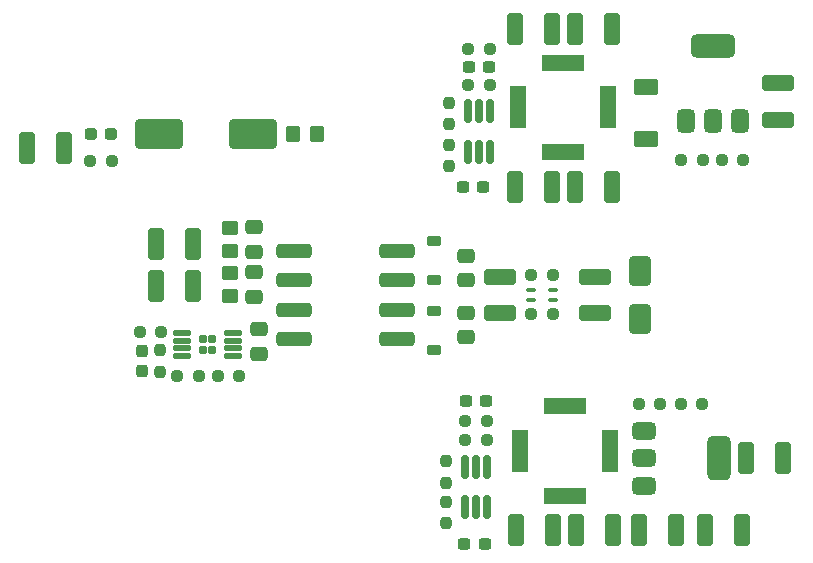
<source format=gbr>
G04 #@! TF.GenerationSoftware,KiCad,Pcbnew,8.0.6*
G04 #@! TF.CreationDate,2024-12-01T22:00:57+01:00*
G04 #@! TF.ProjectId,UCC25800,55434332-3538-4303-902e-6b696361645f,rev?*
G04 #@! TF.SameCoordinates,Original*
G04 #@! TF.FileFunction,Paste,Top*
G04 #@! TF.FilePolarity,Positive*
%FSLAX46Y46*%
G04 Gerber Fmt 4.6, Leading zero omitted, Abs format (unit mm)*
G04 Created by KiCad (PCBNEW 8.0.6) date 2024-12-01 22:00:57*
%MOMM*%
%LPD*%
G01*
G04 APERTURE LIST*
G04 Aperture macros list*
%AMRoundRect*
0 Rectangle with rounded corners*
0 $1 Rounding radius*
0 $2 $3 $4 $5 $6 $7 $8 $9 X,Y pos of 4 corners*
0 Add a 4 corners polygon primitive as box body*
4,1,4,$2,$3,$4,$5,$6,$7,$8,$9,$2,$3,0*
0 Add four circle primitives for the rounded corners*
1,1,$1+$1,$2,$3*
1,1,$1+$1,$4,$5*
1,1,$1+$1,$6,$7*
1,1,$1+$1,$8,$9*
0 Add four rect primitives between the rounded corners*
20,1,$1+$1,$2,$3,$4,$5,0*
20,1,$1+$1,$4,$5,$6,$7,0*
20,1,$1+$1,$6,$7,$8,$9,0*
20,1,$1+$1,$8,$9,$2,$3,0*%
G04 Aperture macros list end*
%ADD10RoundRect,0.237500X0.250000X0.237500X-0.250000X0.237500X-0.250000X-0.237500X0.250000X-0.237500X0*%
%ADD11RoundRect,0.162500X-0.162500X0.837500X-0.162500X-0.837500X0.162500X-0.837500X0.162500X0.837500X0*%
%ADD12RoundRect,0.375000X-0.625000X-0.375000X0.625000X-0.375000X0.625000X0.375000X-0.625000X0.375000X0*%
%ADD13RoundRect,0.500000X-0.500000X-1.400000X0.500000X-1.400000X0.500000X1.400000X-0.500000X1.400000X0*%
%ADD14R,3.600000X1.400000*%
%ADD15R,1.400000X3.600000*%
%ADD16RoundRect,0.250000X0.800000X-0.450000X0.800000X0.450000X-0.800000X0.450000X-0.800000X-0.450000X0*%
%ADD17RoundRect,0.250000X-0.412500X-1.100000X0.412500X-1.100000X0.412500X1.100000X-0.412500X1.100000X0*%
%ADD18RoundRect,0.237500X-0.250000X-0.237500X0.250000X-0.237500X0.250000X0.237500X-0.250000X0.237500X0*%
%ADD19RoundRect,0.237500X0.300000X0.237500X-0.300000X0.237500X-0.300000X-0.237500X0.300000X-0.237500X0*%
%ADD20RoundRect,0.237500X0.237500X-0.250000X0.237500X0.250000X-0.237500X0.250000X-0.237500X-0.250000X0*%
%ADD21RoundRect,0.250000X0.412500X1.100000X-0.412500X1.100000X-0.412500X-1.100000X0.412500X-1.100000X0*%
%ADD22RoundRect,0.250000X0.475000X-0.337500X0.475000X0.337500X-0.475000X0.337500X-0.475000X-0.337500X0*%
%ADD23RoundRect,0.250000X0.650000X-1.000000X0.650000X1.000000X-0.650000X1.000000X-0.650000X-1.000000X0*%
%ADD24RoundRect,0.100000X0.300000X0.100000X-0.300000X0.100000X-0.300000X-0.100000X0.300000X-0.100000X0*%
%ADD25RoundRect,0.250000X0.450000X-0.350000X0.450000X0.350000X-0.450000X0.350000X-0.450000X-0.350000X0*%
%ADD26RoundRect,0.250000X-0.350000X-0.450000X0.350000X-0.450000X0.350000X0.450000X-0.350000X0.450000X0*%
%ADD27RoundRect,0.250000X1.100000X-0.412500X1.100000X0.412500X-1.100000X0.412500X-1.100000X-0.412500X0*%
%ADD28RoundRect,0.237500X-0.287500X-0.237500X0.287500X-0.237500X0.287500X0.237500X-0.287500X0.237500X0*%
%ADD29RoundRect,0.375000X0.375000X-0.625000X0.375000X0.625000X-0.375000X0.625000X-0.375000X-0.625000X0*%
%ADD30RoundRect,0.500000X1.400000X-0.500000X1.400000X0.500000X-1.400000X0.500000X-1.400000X-0.500000X0*%
%ADD31RoundRect,0.250000X-0.475000X0.337500X-0.475000X-0.337500X0.475000X-0.337500X0.475000X0.337500X0*%
%ADD32RoundRect,0.225000X0.375000X-0.225000X0.375000X0.225000X-0.375000X0.225000X-0.375000X-0.225000X0*%
%ADD33RoundRect,0.237500X-0.237500X0.300000X-0.237500X-0.300000X0.237500X-0.300000X0.237500X0.300000X0*%
%ADD34RoundRect,0.157500X-0.157500X-0.222500X0.157500X-0.222500X0.157500X0.222500X-0.157500X0.222500X0*%
%ADD35RoundRect,0.125000X-0.600000X-0.125000X0.600000X-0.125000X0.600000X0.125000X-0.600000X0.125000X0*%
%ADD36RoundRect,0.300000X1.200000X-0.300000X1.200000X0.300000X-1.200000X0.300000X-1.200000X-0.300000X0*%
%ADD37RoundRect,0.237500X-0.237500X0.250000X-0.237500X-0.250000X0.237500X-0.250000X0.237500X0.250000X0*%
%ADD38RoundRect,0.250000X-1.750000X-1.000000X1.750000X-1.000000X1.750000X1.000000X-1.750000X1.000000X0*%
G04 APERTURE END LIST*
D10*
G04 #@! TO.C,R15*
X162583500Y-101600000D03*
X160758500Y-101600000D03*
G04 #@! TD*
D11*
G04 #@! TO.C,U2*
X162621000Y-105478000D03*
X161671000Y-105478000D03*
X160721000Y-105478000D03*
X160721000Y-108898000D03*
X161671000Y-108898000D03*
X162621000Y-108898000D03*
G04 #@! TD*
D10*
G04 #@! TO.C,R19*
X177277000Y-100203000D03*
X175452000Y-100203000D03*
G04 #@! TD*
D12*
G04 #@! TO.C,U5*
X175920000Y-102475000D03*
X175920000Y-104775000D03*
D13*
X182220000Y-104775000D03*
D12*
X175920000Y-107075000D03*
G04 #@! TD*
D14*
G04 #@! TO.C,L2*
X169037000Y-78857000D03*
D15*
X172837000Y-75057000D03*
D14*
X169037000Y-71257000D03*
D15*
X165237000Y-75057000D03*
G04 #@! TD*
D16*
G04 #@! TO.C,D5*
X176022000Y-77765000D03*
X176022000Y-73365000D03*
G04 #@! TD*
D17*
G04 #@! TO.C,C13*
X170014500Y-81788000D03*
X173139500Y-81788000D03*
G04 #@! TD*
G04 #@! TO.C,C16*
X181063500Y-110871000D03*
X184188500Y-110871000D03*
G04 #@! TD*
D18*
G04 #@! TO.C,R20*
X166346500Y-89281000D03*
X168171500Y-89281000D03*
G04 #@! TD*
D19*
G04 #@! TO.C,C18*
X162533500Y-99949000D03*
X160808500Y-99949000D03*
G04 #@! TD*
D20*
G04 #@! TO.C,R9*
X159131000Y-106830500D03*
X159131000Y-105005500D03*
G04 #@! TD*
D21*
G04 #@! TO.C,C12*
X178600500Y-110871000D03*
X175475500Y-110871000D03*
G04 #@! TD*
D10*
G04 #@! TO.C,R6*
X141628500Y-97790000D03*
X139803500Y-97790000D03*
G04 #@! TD*
D18*
G04 #@! TO.C,R16*
X161012500Y-70104000D03*
X162837500Y-70104000D03*
G04 #@! TD*
D22*
G04 #@! TO.C,C9*
X160782000Y-94509500D03*
X160782000Y-92434500D03*
G04 #@! TD*
D23*
G04 #@! TO.C,D3*
X175514000Y-92932000D03*
X175514000Y-88932000D03*
G04 #@! TD*
D24*
G04 #@! TO.C,FL1*
X168184000Y-91332000D03*
X168184000Y-90532000D03*
X166334000Y-90532000D03*
X166334000Y-91332000D03*
G04 #@! TD*
D18*
G04 #@! TO.C,R4*
X136374500Y-97790000D03*
X138199500Y-97790000D03*
G04 #@! TD*
D19*
G04 #@! TO.C,C26*
X162787500Y-71628000D03*
X161062500Y-71628000D03*
G04 #@! TD*
G04 #@! TO.C,C23*
X162279500Y-81788000D03*
X160554500Y-81788000D03*
G04 #@! TD*
D22*
G04 #@! TO.C,C14*
X160782000Y-89683500D03*
X160782000Y-87608500D03*
G04 #@! TD*
D11*
G04 #@! TO.C,U4*
X162875000Y-75379000D03*
X161925000Y-75379000D03*
X160975000Y-75379000D03*
X160975000Y-78799000D03*
X161925000Y-78799000D03*
X162875000Y-78799000D03*
G04 #@! TD*
D10*
G04 #@! TO.C,R18*
X180871500Y-79502000D03*
X179046500Y-79502000D03*
G04 #@! TD*
D14*
G04 #@! TO.C,L1*
X169164000Y-107940000D03*
D15*
X172964000Y-104140000D03*
D14*
X169164000Y-100340000D03*
D15*
X165364000Y-104140000D03*
G04 #@! TD*
D18*
G04 #@! TO.C,R14*
X166346500Y-92583000D03*
X168171500Y-92583000D03*
G04 #@! TD*
D10*
G04 #@! TO.C,R13*
X180833000Y-100203000D03*
X179008000Y-100203000D03*
G04 #@! TD*
D25*
G04 #@! TO.C,R8*
X140843000Y-87233000D03*
X140843000Y-85233000D03*
G04 #@! TD*
D26*
G04 #@! TO.C,R2*
X146193000Y-77343000D03*
X148193000Y-77343000D03*
G04 #@! TD*
D27*
G04 #@! TO.C,C27*
X163703000Y-92494500D03*
X163703000Y-89369500D03*
G04 #@! TD*
D17*
G04 #@! TO.C,C19*
X170141500Y-110871000D03*
X173266500Y-110871000D03*
G04 #@! TD*
D21*
G04 #@! TO.C,C20*
X168059500Y-81788000D03*
X164934500Y-81788000D03*
G04 #@! TD*
D28*
G04 #@! TO.C,L3*
X129046000Y-77343000D03*
X130796000Y-77343000D03*
G04 #@! TD*
D10*
G04 #@! TO.C,R10*
X162837500Y-73152000D03*
X161012500Y-73152000D03*
G04 #@! TD*
D17*
G04 #@! TO.C,C24*
X170014500Y-68453000D03*
X173139500Y-68453000D03*
G04 #@! TD*
D25*
G04 #@! TO.C,R7*
X140843000Y-91043000D03*
X140843000Y-89043000D03*
G04 #@! TD*
D29*
G04 #@! TO.C,U6*
X179437000Y-76175000D03*
X181737000Y-76175000D03*
D30*
X181737000Y-69875000D03*
D29*
X184037000Y-76175000D03*
G04 #@! TD*
D19*
G04 #@! TO.C,C15*
X162406500Y-112014000D03*
X160681500Y-112014000D03*
G04 #@! TD*
D21*
G04 #@! TO.C,C1*
X126784500Y-78486000D03*
X123659500Y-78486000D03*
G04 #@! TD*
D27*
G04 #@! TO.C,C25*
X187198000Y-76111500D03*
X187198000Y-72986500D03*
G04 #@! TD*
D17*
G04 #@! TO.C,C17*
X184492500Y-104775000D03*
X187617500Y-104775000D03*
G04 #@! TD*
D10*
G04 #@! TO.C,R17*
X184300500Y-79502000D03*
X182475500Y-79502000D03*
G04 #@! TD*
D31*
G04 #@! TO.C,C6*
X143256000Y-93831500D03*
X143256000Y-95906500D03*
G04 #@! TD*
D32*
G04 #@! TO.C,D1*
X158115000Y-95630000D03*
X158115000Y-92330000D03*
G04 #@! TD*
D20*
G04 #@! TO.C,R22*
X159385000Y-76477500D03*
X159385000Y-74652500D03*
G04 #@! TD*
D33*
G04 #@! TO.C,C5*
X133350000Y-95657500D03*
X133350000Y-97382500D03*
G04 #@! TD*
D34*
G04 #@! TO.C,U1*
X138548000Y-94653000D03*
X138548000Y-95593000D03*
X139328000Y-94653000D03*
X139328000Y-95593000D03*
D35*
X136788000Y-94148000D03*
X136788000Y-94798000D03*
X136788000Y-95448000D03*
X136788000Y-96098000D03*
X141088000Y-96098000D03*
X141088000Y-95448000D03*
X141088000Y-94798000D03*
X141088000Y-94148000D03*
G04 #@! TD*
D21*
G04 #@! TO.C,C10*
X168059500Y-68453000D03*
X164934500Y-68453000D03*
G04 #@! TD*
G04 #@! TO.C,C11*
X168186500Y-110871000D03*
X165061500Y-110871000D03*
G04 #@! TD*
D18*
G04 #@! TO.C,R5*
X133199500Y-94107000D03*
X135024500Y-94107000D03*
G04 #@! TD*
D27*
G04 #@! TO.C,C28*
X171704000Y-92494500D03*
X171704000Y-89369500D03*
G04 #@! TD*
D18*
G04 #@! TO.C,R1*
X129008500Y-79629000D03*
X130833500Y-79629000D03*
G04 #@! TD*
D20*
G04 #@! TO.C,R12*
X159131000Y-110259500D03*
X159131000Y-108434500D03*
G04 #@! TD*
D21*
G04 #@! TO.C,C3*
X137706500Y-86614000D03*
X134581500Y-86614000D03*
G04 #@! TD*
D36*
G04 #@! TO.C,T1*
X146277000Y-94682000D03*
X146277000Y-92182000D03*
X146277000Y-89682000D03*
X146277000Y-87182000D03*
X154962000Y-87182000D03*
X154967000Y-89682000D03*
X154967000Y-92182000D03*
X154967000Y-94682000D03*
G04 #@! TD*
D18*
G04 #@! TO.C,R11*
X160758500Y-103251000D03*
X162583500Y-103251000D03*
G04 #@! TD*
D37*
G04 #@! TO.C,R3*
X134874000Y-95607500D03*
X134874000Y-97432500D03*
G04 #@! TD*
D20*
G04 #@! TO.C,R21*
X159385000Y-80033500D03*
X159385000Y-78208500D03*
G04 #@! TD*
D22*
G04 #@! TO.C,C8*
X142875000Y-87270500D03*
X142875000Y-85195500D03*
G04 #@! TD*
D21*
G04 #@! TO.C,C4*
X137706500Y-90170000D03*
X134581500Y-90170000D03*
G04 #@! TD*
D32*
G04 #@! TO.C,D2*
X158115000Y-89661000D03*
X158115000Y-86361000D03*
G04 #@! TD*
D38*
G04 #@! TO.C,C2*
X134811000Y-77343000D03*
X142811000Y-77343000D03*
G04 #@! TD*
D22*
G04 #@! TO.C,C7*
X142875000Y-91080500D03*
X142875000Y-89005500D03*
G04 #@! TD*
M02*

</source>
